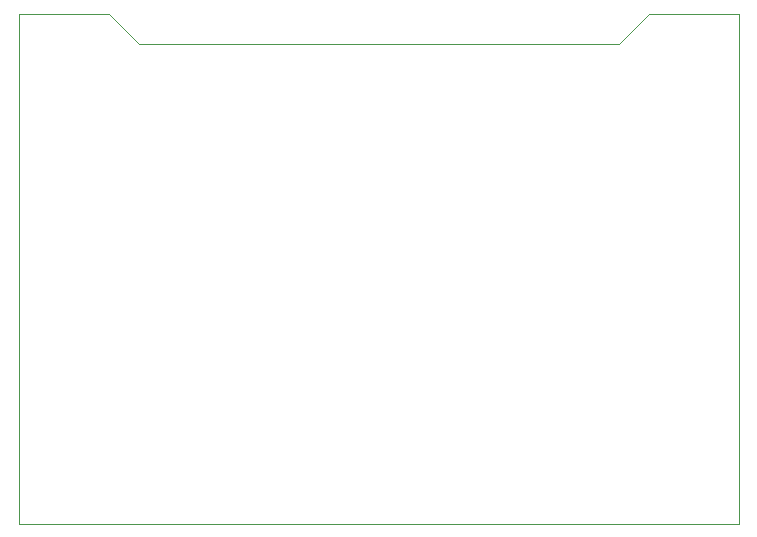
<source format=gbr>
%TF.GenerationSoftware,KiCad,Pcbnew,(6.0.2)*%
%TF.CreationDate,2022-03-10T22:00:07-05:00*%
%TF.ProjectId,letmein,6c65746d-6569-46e2-9e6b-696361645f70,rev?*%
%TF.SameCoordinates,Original*%
%TF.FileFunction,Profile,NP*%
%FSLAX46Y46*%
G04 Gerber Fmt 4.6, Leading zero omitted, Abs format (unit mm)*
G04 Created by KiCad (PCBNEW (6.0.2)) date 2022-03-10 22:00:07*
%MOMM*%
%LPD*%
G01*
G04 APERTURE LIST*
%TA.AperFunction,Profile*%
%ADD10C,0.100000*%
%TD*%
G04 APERTURE END LIST*
D10*
X157480000Y-66040000D02*
X160020000Y-63500000D01*
X116840000Y-66040000D02*
X114300000Y-63500000D01*
X116840000Y-66040000D02*
X157480000Y-66040000D01*
X160020000Y-63500000D02*
X167640000Y-63500000D01*
X106680000Y-63500000D02*
X114300000Y-63500000D01*
X106680000Y-63500000D02*
X106680000Y-88900000D01*
X106680000Y-88900000D02*
X106680000Y-106680000D01*
X167640000Y-106680000D02*
X167640000Y-63500000D01*
X106680000Y-106680000D02*
X167640000Y-106680000D01*
M02*

</source>
